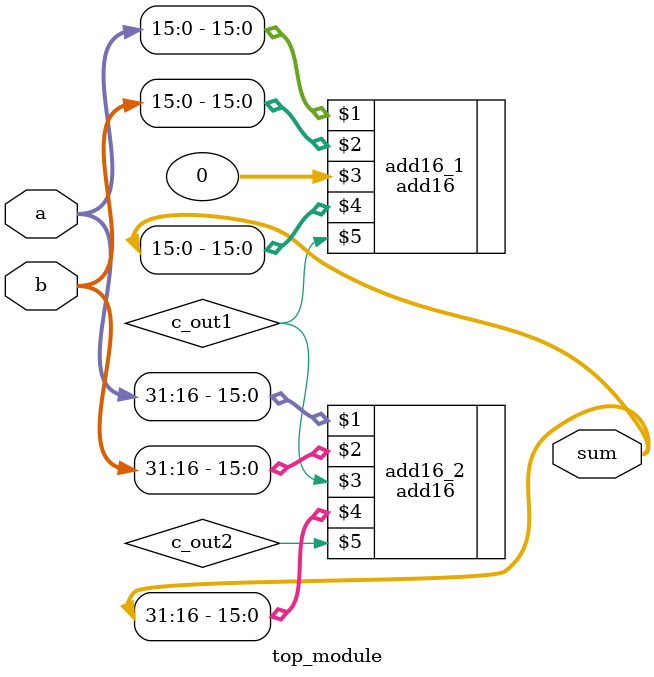
<source format=v>
module top_module(
    input [31:0] a,
    input [31:0] b,
    output [31:0] sum
);
    wire c_out1, c_out2;
    
    add16 add16_1(a[15:0], b[15:0], 0, sum[15:0], c_out1);
    add16 add16_2(a[31:16], b[31:16], c_out1, sum[31:16], c_out2); 
endmodule


</source>
